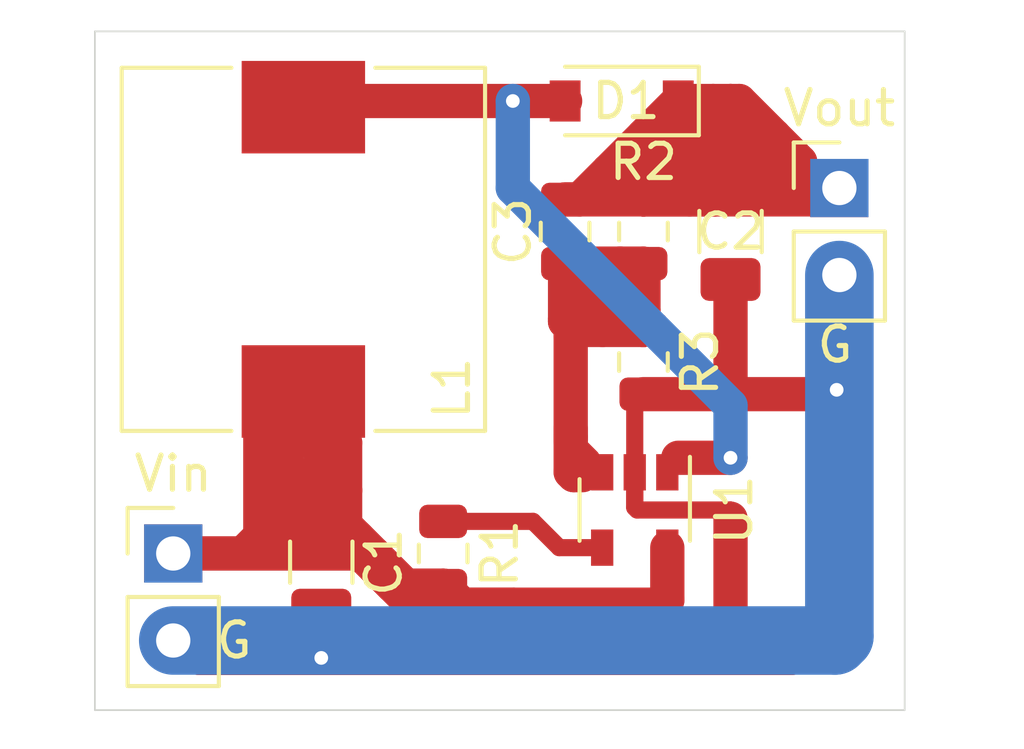
<source format=kicad_pcb>
(kicad_pcb (version 20171130) (host pcbnew "(5.1.0)-1")

  (general
    (thickness 1.6)
    (drawings 6)
    (tracks 196)
    (zones 0)
    (modules 11)
    (nets 7)
  )

  (page A4)
  (layers
    (0 F.Cu signal)
    (31 B.Cu signal)
    (32 B.Adhes user)
    (33 F.Adhes user)
    (34 B.Paste user)
    (35 F.Paste user)
    (36 B.SilkS user)
    (37 F.SilkS user)
    (38 B.Mask user)
    (39 F.Mask user)
    (40 Dwgs.User user)
    (41 Cmts.User user)
    (42 Eco1.User user)
    (43 Eco2.User user)
    (44 Edge.Cuts user)
    (45 Margin user)
    (46 B.CrtYd user)
    (47 F.CrtYd user)
    (48 B.Fab user)
    (49 F.Fab user)
  )

  (setup
    (last_trace_width 1)
    (user_trace_width 0.5)
    (user_trace_width 1)
    (user_trace_width 2)
    (trace_clearance 0.2)
    (zone_clearance 0.508)
    (zone_45_only no)
    (trace_min 0.2)
    (via_size 0.8)
    (via_drill 0.4)
    (via_min_size 0.4)
    (via_min_drill 0.3)
    (uvia_size 0.3)
    (uvia_drill 0.1)
    (uvias_allowed no)
    (uvia_min_size 0.2)
    (uvia_min_drill 0.1)
    (edge_width 0.05)
    (segment_width 0.2)
    (pcb_text_width 0.3)
    (pcb_text_size 1.5 1.5)
    (mod_edge_width 0.12)
    (mod_text_size 1 1)
    (mod_text_width 0.15)
    (pad_size 1.524 1.524)
    (pad_drill 0.762)
    (pad_to_mask_clearance 0.002)
    (solder_mask_min_width 0.25)
    (aux_axis_origin 0 0)
    (visible_elements FFFFFF7F)
    (pcbplotparams
      (layerselection 0x010fc_ffffffff)
      (usegerberextensions false)
      (usegerberattributes false)
      (usegerberadvancedattributes false)
      (creategerberjobfile false)
      (excludeedgelayer true)
      (linewidth 0.100000)
      (plotframeref false)
      (viasonmask false)
      (mode 1)
      (useauxorigin false)
      (hpglpennumber 1)
      (hpglpenspeed 20)
      (hpglpendiameter 15.000000)
      (psnegative false)
      (psa4output false)
      (plotreference true)
      (plotvalue true)
      (plotinvisibletext false)
      (padsonsilk false)
      (subtractmaskfromsilk false)
      (outputformat 1)
      (mirror false)
      (drillshape 1)
      (scaleselection 1)
      (outputdirectory ""))
  )

  (net 0 "")
  (net 1 "Net-(C1-Pad2)")
  (net 2 "Net-(C1-Pad1)")
  (net 3 "Net-(C2-Pad1)")
  (net 4 "Net-(C3-Pad2)")
  (net 5 "Net-(D1-Pad2)")
  (net 6 "Net-(R1-Pad1)")

  (net_class Default "This is the default net class."
    (clearance 0.2)
    (trace_width 0.25)
    (via_dia 0.8)
    (via_drill 0.4)
    (uvia_dia 0.3)
    (uvia_drill 0.1)
    (add_net "Net-(C1-Pad1)")
    (add_net "Net-(C1-Pad2)")
    (add_net "Net-(C2-Pad1)")
    (add_net "Net-(C3-Pad2)")
    (add_net "Net-(D1-Pad2)")
    (add_net "Net-(R1-Pad1)")
  )

  (module Package_TO_SOT_SMD:SOT-23-5 (layer F.Cu) (tedit 5A02FF57) (tstamp 5CD20403)
    (at 159.766 100.838 270)
    (descr "5-pin SOT23 package")
    (tags SOT-23-5)
    (path /5CD1A866)
    (solder_mask_margin 0.002)
    (attr smd)
    (fp_text reference U1 (at 0 -2.9 270) (layer F.SilkS)
      (effects (font (size 1 1) (thickness 0.15)))
    )
    (fp_text value LM2733YMF (at 0 2.9 270) (layer F.Fab)
      (effects (font (size 1 1) (thickness 0.15)))
    )
    (fp_line (start 0.9 -1.55) (end 0.9 1.55) (layer F.Fab) (width 0.1))
    (fp_line (start 0.9 1.55) (end -0.9 1.55) (layer F.Fab) (width 0.1))
    (fp_line (start -0.9 -0.9) (end -0.9 1.55) (layer F.Fab) (width 0.1))
    (fp_line (start 0.9 -1.55) (end -0.25 -1.55) (layer F.Fab) (width 0.1))
    (fp_line (start -0.9 -0.9) (end -0.25 -1.55) (layer F.Fab) (width 0.1))
    (fp_line (start -1.9 1.8) (end -1.9 -1.8) (layer F.CrtYd) (width 0.05))
    (fp_line (start 1.9 1.8) (end -1.9 1.8) (layer F.CrtYd) (width 0.05))
    (fp_line (start 1.9 -1.8) (end 1.9 1.8) (layer F.CrtYd) (width 0.05))
    (fp_line (start -1.9 -1.8) (end 1.9 -1.8) (layer F.CrtYd) (width 0.05))
    (fp_line (start 0.9 -1.61) (end -1.55 -1.61) (layer F.SilkS) (width 0.12))
    (fp_line (start -0.9 1.61) (end 0.9 1.61) (layer F.SilkS) (width 0.12))
    (fp_text user %R (at 0 0) (layer F.Fab)
      (effects (font (size 0.5 0.5) (thickness 0.075)))
    )
    (pad 5 smd rect (at 1.1 -0.95 270) (size 1.06 0.65) (layers F.Cu F.Paste F.Mask)
      (net 2 "Net-(C1-Pad1)"))
    (pad 4 smd rect (at 1.1 0.95 270) (size 1.06 0.65) (layers F.Cu F.Paste F.Mask)
      (net 6 "Net-(R1-Pad1)"))
    (pad 3 smd rect (at -1.1 0.95 270) (size 1.06 0.65) (layers F.Cu F.Paste F.Mask)
      (net 4 "Net-(C3-Pad2)"))
    (pad 2 smd rect (at -1.1 0 270) (size 1.06 0.65) (layers F.Cu F.Paste F.Mask)
      (net 1 "Net-(C1-Pad2)"))
    (pad 1 smd rect (at -1.1 -0.95 270) (size 1.06 0.65) (layers F.Cu F.Paste F.Mask)
      (net 5 "Net-(D1-Pad2)"))
    (model ${KISYS3DMOD}/Package_TO_SOT_SMD.3dshapes/SOT-23-5.wrl
      (at (xyz 0 0 0))
      (scale (xyz 1 1 1))
      (rotate (xyz 0 0 0))
    )
  )

  (module Resistor_SMD:R_0805_2012Metric (layer F.Cu) (tedit 5B36C52B) (tstamp 5CD203EE)
    (at 160.02 96.52 270)
    (descr "Resistor SMD 0805 (2012 Metric), square (rectangular) end terminal, IPC_7351 nominal, (Body size source: https://docs.google.com/spreadsheets/d/1BsfQQcO9C6DZCsRaXUlFlo91Tg2WpOkGARC1WS5S8t0/edit?usp=sharing), generated with kicad-footprint-generator")
    (tags resistor)
    (path /5CD1D2CF)
    (attr smd)
    (fp_text reference R3 (at 0 -1.65 270) (layer F.SilkS)
      (effects (font (size 1 1) (thickness 0.15)))
    )
    (fp_text value Var (at 0 1.65 270) (layer F.Fab)
      (effects (font (size 1 1) (thickness 0.15)))
    )
    (fp_text user %R (at 0 0 270) (layer F.Fab)
      (effects (font (size 0.5 0.5) (thickness 0.08)))
    )
    (fp_line (start 1.68 0.95) (end -1.68 0.95) (layer F.CrtYd) (width 0.05))
    (fp_line (start 1.68 -0.95) (end 1.68 0.95) (layer F.CrtYd) (width 0.05))
    (fp_line (start -1.68 -0.95) (end 1.68 -0.95) (layer F.CrtYd) (width 0.05))
    (fp_line (start -1.68 0.95) (end -1.68 -0.95) (layer F.CrtYd) (width 0.05))
    (fp_line (start -0.258578 0.71) (end 0.258578 0.71) (layer F.SilkS) (width 0.12))
    (fp_line (start -0.258578 -0.71) (end 0.258578 -0.71) (layer F.SilkS) (width 0.12))
    (fp_line (start 1 0.6) (end -1 0.6) (layer F.Fab) (width 0.1))
    (fp_line (start 1 -0.6) (end 1 0.6) (layer F.Fab) (width 0.1))
    (fp_line (start -1 -0.6) (end 1 -0.6) (layer F.Fab) (width 0.1))
    (fp_line (start -1 0.6) (end -1 -0.6) (layer F.Fab) (width 0.1))
    (pad 2 smd roundrect (at 0.9375 0 270) (size 0.975 1.4) (layers F.Cu F.Paste F.Mask) (roundrect_rratio 0.25)
      (net 1 "Net-(C1-Pad2)"))
    (pad 1 smd roundrect (at -0.9375 0 270) (size 0.975 1.4) (layers F.Cu F.Paste F.Mask) (roundrect_rratio 0.25)
      (net 4 "Net-(C3-Pad2)"))
    (model ${KISYS3DMOD}/Resistor_SMD.3dshapes/R_0805_2012Metric.wrl
      (at (xyz 0 0 0))
      (scale (xyz 1 1 1))
      (rotate (xyz 0 0 0))
    )
  )

  (module Resistor_SMD:R_0805_2012Metric (layer F.Cu) (tedit 5B36C52B) (tstamp 5CD203DD)
    (at 160.02 92.71 270)
    (descr "Resistor SMD 0805 (2012 Metric), square (rectangular) end terminal, IPC_7351 nominal, (Body size source: https://docs.google.com/spreadsheets/d/1BsfQQcO9C6DZCsRaXUlFlo91Tg2WpOkGARC1WS5S8t0/edit?usp=sharing), generated with kicad-footprint-generator")
    (tags resistor)
    (path /5CD1CDB7)
    (attr smd)
    (fp_text reference R2 (at -2.032 0 180) (layer F.SilkS)
      (effects (font (size 1 1) (thickness 0.15)))
    )
    (fp_text value Var (at 0 1.65 270) (layer F.Fab)
      (effects (font (size 1 1) (thickness 0.15)))
    )
    (fp_text user %R (at 0 0 270) (layer F.Fab)
      (effects (font (size 0.5 0.5) (thickness 0.08)))
    )
    (fp_line (start 1.68 0.95) (end -1.68 0.95) (layer F.CrtYd) (width 0.05))
    (fp_line (start 1.68 -0.95) (end 1.68 0.95) (layer F.CrtYd) (width 0.05))
    (fp_line (start -1.68 -0.95) (end 1.68 -0.95) (layer F.CrtYd) (width 0.05))
    (fp_line (start -1.68 0.95) (end -1.68 -0.95) (layer F.CrtYd) (width 0.05))
    (fp_line (start -0.258578 0.71) (end 0.258578 0.71) (layer F.SilkS) (width 0.12))
    (fp_line (start -0.258578 -0.71) (end 0.258578 -0.71) (layer F.SilkS) (width 0.12))
    (fp_line (start 1 0.6) (end -1 0.6) (layer F.Fab) (width 0.1))
    (fp_line (start 1 -0.6) (end 1 0.6) (layer F.Fab) (width 0.1))
    (fp_line (start -1 -0.6) (end 1 -0.6) (layer F.Fab) (width 0.1))
    (fp_line (start -1 0.6) (end -1 -0.6) (layer F.Fab) (width 0.1))
    (pad 2 smd roundrect (at 0.9375 0 270) (size 0.975 1.4) (layers F.Cu F.Paste F.Mask) (roundrect_rratio 0.25)
      (net 4 "Net-(C3-Pad2)"))
    (pad 1 smd roundrect (at -0.9375 0 270) (size 0.975 1.4) (layers F.Cu F.Paste F.Mask) (roundrect_rratio 0.25)
      (net 3 "Net-(C2-Pad1)"))
    (model ${KISYS3DMOD}/Resistor_SMD.3dshapes/R_0805_2012Metric.wrl
      (at (xyz 0 0 0))
      (scale (xyz 1 1 1))
      (rotate (xyz 0 0 0))
    )
  )

  (module Resistor_SMD:R_0805_2012Metric (layer F.Cu) (tedit 5B36C52B) (tstamp 5CD203CC)
    (at 154.178 102.108 270)
    (descr "Resistor SMD 0805 (2012 Metric), square (rectangular) end terminal, IPC_7351 nominal, (Body size source: https://docs.google.com/spreadsheets/d/1BsfQQcO9C6DZCsRaXUlFlo91Tg2WpOkGARC1WS5S8t0/edit?usp=sharing), generated with kicad-footprint-generator")
    (tags resistor)
    (path /5CD1D932)
    (attr smd)
    (fp_text reference R1 (at 0 -1.65 270) (layer F.SilkS)
      (effects (font (size 1 1) (thickness 0.15)))
    )
    (fp_text value 47k (at 0 1.65 270) (layer F.Fab)
      (effects (font (size 1 1) (thickness 0.15)))
    )
    (fp_text user %R (at 0 0 270) (layer F.Fab)
      (effects (font (size 0.5 0.5) (thickness 0.08)))
    )
    (fp_line (start 1.68 0.95) (end -1.68 0.95) (layer F.CrtYd) (width 0.05))
    (fp_line (start 1.68 -0.95) (end 1.68 0.95) (layer F.CrtYd) (width 0.05))
    (fp_line (start -1.68 -0.95) (end 1.68 -0.95) (layer F.CrtYd) (width 0.05))
    (fp_line (start -1.68 0.95) (end -1.68 -0.95) (layer F.CrtYd) (width 0.05))
    (fp_line (start -0.258578 0.71) (end 0.258578 0.71) (layer F.SilkS) (width 0.12))
    (fp_line (start -0.258578 -0.71) (end 0.258578 -0.71) (layer F.SilkS) (width 0.12))
    (fp_line (start 1 0.6) (end -1 0.6) (layer F.Fab) (width 0.1))
    (fp_line (start 1 -0.6) (end 1 0.6) (layer F.Fab) (width 0.1))
    (fp_line (start -1 -0.6) (end 1 -0.6) (layer F.Fab) (width 0.1))
    (fp_line (start -1 0.6) (end -1 -0.6) (layer F.Fab) (width 0.1))
    (pad 2 smd roundrect (at 0.9375 0 270) (size 0.975 1.4) (layers F.Cu F.Paste F.Mask) (roundrect_rratio 0.25)
      (net 2 "Net-(C1-Pad1)"))
    (pad 1 smd roundrect (at -0.9375 0 270) (size 0.975 1.4) (layers F.Cu F.Paste F.Mask) (roundrect_rratio 0.25)
      (net 6 "Net-(R1-Pad1)"))
    (model ${KISYS3DMOD}/Resistor_SMD.3dshapes/R_0805_2012Metric.wrl
      (at (xyz 0 0 0))
      (scale (xyz 1 1 1))
      (rotate (xyz 0 0 0))
    )
  )

  (module Inductor_SMD:L_10.4x10.4_H4.8 (layer F.Cu) (tedit 5990349B) (tstamp 5CD203BB)
    (at 150.1 93.23 90)
    (descr "Choke, SMD, 10.4x10.4mm 4.8mm height")
    (tags "Choke SMD")
    (path /5CD1B3D5)
    (attr smd)
    (fp_text reference L1 (at -4.052 4.332 90) (layer F.SilkS)
      (effects (font (size 1 1) (thickness 0.15)))
    )
    (fp_text value "10uh 4A" (at 0 6.35 90) (layer F.Fab)
      (effects (font (size 1 1) (thickness 0.15)))
    )
    (fp_text user %R (at 0 0 90) (layer F.Fab)
      (effects (font (size 1 1) (thickness 0.15)))
    )
    (fp_line (start 5.3 2.1) (end 5.3 5.3) (layer F.SilkS) (width 0.12))
    (fp_line (start 5.3 5.3) (end -5.3 5.3) (layer F.SilkS) (width 0.12))
    (fp_line (start -5.3 5.3) (end -5.3 2.1) (layer F.SilkS) (width 0.12))
    (fp_line (start -5.3 -2.1) (end -5.3 -5.3) (layer F.SilkS) (width 0.12))
    (fp_line (start -5.3 -5.3) (end 5.3 -5.3) (layer F.SilkS) (width 0.12))
    (fp_line (start 5.3 -5.3) (end 5.3 -2.1) (layer F.SilkS) (width 0.12))
    (fp_line (start -5.75 -5.45) (end -5.75 5.45) (layer F.CrtYd) (width 0.05))
    (fp_line (start -5.75 5.45) (end 5.75 5.45) (layer F.CrtYd) (width 0.05))
    (fp_line (start 5.75 5.45) (end 5.75 -5.45) (layer F.CrtYd) (width 0.05))
    (fp_line (start 5.75 -5.45) (end -5.75 -5.45) (layer F.CrtYd) (width 0.05))
    (fp_line (start 5.2 -5.2) (end 5.2 -2.1) (layer F.Fab) (width 0.1))
    (fp_line (start -5.2 -5.2) (end -5.2 -2.1) (layer F.Fab) (width 0.1))
    (fp_line (start 5.2 5.2) (end 5.2 2.1) (layer F.Fab) (width 0.1))
    (fp_line (start -5.2 5.2) (end -5.2 2.1) (layer F.Fab) (width 0.1))
    (fp_line (start -5.2 -5.2) (end 5.2 -5.2) (layer F.Fab) (width 0.1))
    (fp_line (start -5.2 5.2) (end 5.2 5.2) (layer F.Fab) (width 0.1))
    (fp_arc (start 0 0) (end 3.17 3.17) (angle 90) (layer F.Fab) (width 0.1))
    (fp_arc (start 0 0) (end -3.17 -3.17) (angle 90) (layer F.Fab) (width 0.1))
    (pad 1 smd rect (at -4.15 0 90) (size 2.7 3.6) (layers F.Cu F.Paste F.Mask)
      (net 2 "Net-(C1-Pad1)"))
    (pad 2 smd rect (at 4.15 0 90) (size 2.7 3.6) (layers F.Cu F.Paste F.Mask)
      (net 5 "Net-(D1-Pad2)"))
    (model ${KISYS3DMOD}/Inductor_SMD.3dshapes/L_10.4x10.4_H4.8.wrl
      (at (xyz 0 0 0))
      (scale (xyz 1 1 1))
      (rotate (xyz 0 0 0))
    )
  )

  (module Connector_PinHeader_2.54mm:PinHeader_1x02_P2.54mm_Vertical (layer F.Cu) (tedit 59FED5CC) (tstamp 5CD203A2)
    (at 165.735 91.44)
    (descr "Through hole straight pin header, 1x02, 2.54mm pitch, single row")
    (tags "Through hole pin header THT 1x02 2.54mm single row")
    (path /5CD2FB33)
    (fp_text reference Vout (at 0 -2.33) (layer F.SilkS)
      (effects (font (size 1 1) (thickness 0.15)))
    )
    (fp_text value "5-25v Output" (at 0 4.87) (layer F.Fab)
      (effects (font (size 1 1) (thickness 0.15)))
    )
    (fp_text user %R (at 0 1.27 90) (layer F.Fab)
      (effects (font (size 1 1) (thickness 0.15)))
    )
    (fp_line (start 1.8 -1.8) (end -1.8 -1.8) (layer F.CrtYd) (width 0.05))
    (fp_line (start 1.8 4.35) (end 1.8 -1.8) (layer F.CrtYd) (width 0.05))
    (fp_line (start -1.8 4.35) (end 1.8 4.35) (layer F.CrtYd) (width 0.05))
    (fp_line (start -1.8 -1.8) (end -1.8 4.35) (layer F.CrtYd) (width 0.05))
    (fp_line (start -1.33 -1.33) (end 0 -1.33) (layer F.SilkS) (width 0.12))
    (fp_line (start -1.33 0) (end -1.33 -1.33) (layer F.SilkS) (width 0.12))
    (fp_line (start -1.33 1.27) (end 1.33 1.27) (layer F.SilkS) (width 0.12))
    (fp_line (start 1.33 1.27) (end 1.33 3.87) (layer F.SilkS) (width 0.12))
    (fp_line (start -1.33 1.27) (end -1.33 3.87) (layer F.SilkS) (width 0.12))
    (fp_line (start -1.33 3.87) (end 1.33 3.87) (layer F.SilkS) (width 0.12))
    (fp_line (start -1.27 -0.635) (end -0.635 -1.27) (layer F.Fab) (width 0.1))
    (fp_line (start -1.27 3.81) (end -1.27 -0.635) (layer F.Fab) (width 0.1))
    (fp_line (start 1.27 3.81) (end -1.27 3.81) (layer F.Fab) (width 0.1))
    (fp_line (start 1.27 -1.27) (end 1.27 3.81) (layer F.Fab) (width 0.1))
    (fp_line (start -0.635 -1.27) (end 1.27 -1.27) (layer F.Fab) (width 0.1))
    (pad 2 thru_hole oval (at 0 2.54) (size 1.7 1.7) (drill 1) (layers *.Cu *.Mask)
      (net 1 "Net-(C1-Pad2)"))
    (pad 1 thru_hole rect (at 0 0) (size 1.7 1.7) (drill 1) (layers *.Cu *.Mask)
      (net 3 "Net-(C2-Pad1)"))
    (model ${KISYS3DMOD}/Connector_PinHeader_2.54mm.3dshapes/PinHeader_1x02_P2.54mm_Vertical.wrl
      (at (xyz 0 0 0))
      (scale (xyz 1 1 1))
      (rotate (xyz 0 0 0))
    )
  )

  (module Connector_PinHeader_2.54mm:PinHeader_1x02_P2.54mm_Vertical (layer F.Cu) (tedit 59FED5CC) (tstamp 5CD2038C)
    (at 146.304 102.108)
    (descr "Through hole straight pin header, 1x02, 2.54mm pitch, single row")
    (tags "Through hole pin header THT 1x02 2.54mm single row")
    (path /5CD2F404)
    (fp_text reference Vin (at 0 -2.33) (layer F.SilkS)
      (effects (font (size 1 1) (thickness 0.15)))
    )
    (fp_text value "3.3-5v Input" (at 0 4.87) (layer F.Fab)
      (effects (font (size 1 1) (thickness 0.15)))
    )
    (fp_text user %R (at 0 1.27 90) (layer F.Fab)
      (effects (font (size 1 1) (thickness 0.15)))
    )
    (fp_line (start 1.8 -1.8) (end -1.8 -1.8) (layer F.CrtYd) (width 0.05))
    (fp_line (start 1.8 4.35) (end 1.8 -1.8) (layer F.CrtYd) (width 0.05))
    (fp_line (start -1.8 4.35) (end 1.8 4.35) (layer F.CrtYd) (width 0.05))
    (fp_line (start -1.8 -1.8) (end -1.8 4.35) (layer F.CrtYd) (width 0.05))
    (fp_line (start -1.33 -1.33) (end 0 -1.33) (layer F.SilkS) (width 0.12))
    (fp_line (start -1.33 0) (end -1.33 -1.33) (layer F.SilkS) (width 0.12))
    (fp_line (start -1.33 1.27) (end 1.33 1.27) (layer F.SilkS) (width 0.12))
    (fp_line (start 1.33 1.27) (end 1.33 3.87) (layer F.SilkS) (width 0.12))
    (fp_line (start -1.33 1.27) (end -1.33 3.87) (layer F.SilkS) (width 0.12))
    (fp_line (start -1.33 3.87) (end 1.33 3.87) (layer F.SilkS) (width 0.12))
    (fp_line (start -1.27 -0.635) (end -0.635 -1.27) (layer F.Fab) (width 0.1))
    (fp_line (start -1.27 3.81) (end -1.27 -0.635) (layer F.Fab) (width 0.1))
    (fp_line (start 1.27 3.81) (end -1.27 3.81) (layer F.Fab) (width 0.1))
    (fp_line (start 1.27 -1.27) (end 1.27 3.81) (layer F.Fab) (width 0.1))
    (fp_line (start -0.635 -1.27) (end 1.27 -1.27) (layer F.Fab) (width 0.1))
    (pad 2 thru_hole oval (at 0 2.54) (size 1.7 1.7) (drill 1) (layers *.Cu *.Mask)
      (net 1 "Net-(C1-Pad2)"))
    (pad 1 thru_hole rect (at 0 0) (size 1.7 1.7) (drill 1) (layers *.Cu *.Mask)
      (net 2 "Net-(C1-Pad1)"))
    (model ${KISYS3DMOD}/Connector_PinHeader_2.54mm.3dshapes/PinHeader_1x02_P2.54mm_Vertical.wrl
      (at (xyz 0 0 0))
      (scale (xyz 1 1 1))
      (rotate (xyz 0 0 0))
    )
  )

  (module Diode_SMD:D_SOD-123 (layer F.Cu) (tedit 58645DC7) (tstamp 5CD20376)
    (at 159.385 88.9 180)
    (descr SOD-123)
    (tags SOD-123)
    (path /5CD1C579)
    (attr smd)
    (fp_text reference D1 (at -0.127 0 180) (layer F.SilkS)
      (effects (font (size 1 1) (thickness 0.15)))
    )
    (fp_text value MBR0540T1G (at 0 2.1 180) (layer F.Fab)
      (effects (font (size 1 1) (thickness 0.15)))
    )
    (fp_line (start -2.25 -1) (end 1.65 -1) (layer F.SilkS) (width 0.12))
    (fp_line (start -2.25 1) (end 1.65 1) (layer F.SilkS) (width 0.12))
    (fp_line (start -2.35 -1.15) (end -2.35 1.15) (layer F.CrtYd) (width 0.05))
    (fp_line (start 2.35 1.15) (end -2.35 1.15) (layer F.CrtYd) (width 0.05))
    (fp_line (start 2.35 -1.15) (end 2.35 1.15) (layer F.CrtYd) (width 0.05))
    (fp_line (start -2.35 -1.15) (end 2.35 -1.15) (layer F.CrtYd) (width 0.05))
    (fp_line (start -1.4 -0.9) (end 1.4 -0.9) (layer F.Fab) (width 0.1))
    (fp_line (start 1.4 -0.9) (end 1.4 0.9) (layer F.Fab) (width 0.1))
    (fp_line (start 1.4 0.9) (end -1.4 0.9) (layer F.Fab) (width 0.1))
    (fp_line (start -1.4 0.9) (end -1.4 -0.9) (layer F.Fab) (width 0.1))
    (fp_line (start -0.75 0) (end -0.35 0) (layer F.Fab) (width 0.1))
    (fp_line (start -0.35 0) (end -0.35 -0.55) (layer F.Fab) (width 0.1))
    (fp_line (start -0.35 0) (end -0.35 0.55) (layer F.Fab) (width 0.1))
    (fp_line (start -0.35 0) (end 0.25 -0.4) (layer F.Fab) (width 0.1))
    (fp_line (start 0.25 -0.4) (end 0.25 0.4) (layer F.Fab) (width 0.1))
    (fp_line (start 0.25 0.4) (end -0.35 0) (layer F.Fab) (width 0.1))
    (fp_line (start 0.25 0) (end 0.75 0) (layer F.Fab) (width 0.1))
    (fp_line (start -2.25 -1) (end -2.25 1) (layer F.SilkS) (width 0.12))
    (fp_text user %R (at 0 -2 180) (layer F.Fab)
      (effects (font (size 1 1) (thickness 0.15)))
    )
    (pad 2 smd rect (at 1.65 0 180) (size 0.9 1.2) (layers F.Cu F.Paste F.Mask)
      (net 5 "Net-(D1-Pad2)"))
    (pad 1 smd rect (at -1.65 0 180) (size 0.9 1.2) (layers F.Cu F.Paste F.Mask)
      (net 3 "Net-(C2-Pad1)"))
    (model ${KISYS3DMOD}/Diode_SMD.3dshapes/D_SOD-123.wrl
      (at (xyz 0 0 0))
      (scale (xyz 1 1 1))
      (rotate (xyz 0 0 0))
    )
  )

  (module Capacitor_SMD:C_0805_2012Metric (layer F.Cu) (tedit 5B36C52B) (tstamp 5CD2035D)
    (at 157.734 92.71 270)
    (descr "Capacitor SMD 0805 (2012 Metric), square (rectangular) end terminal, IPC_7351 nominal, (Body size source: https://docs.google.com/spreadsheets/d/1BsfQQcO9C6DZCsRaXUlFlo91Tg2WpOkGARC1WS5S8t0/edit?usp=sharing), generated with kicad-footprint-generator")
    (tags capacitor)
    (path /5CD1F293)
    (attr smd)
    (fp_text reference C3 (at 0 1.524 270) (layer F.SilkS)
      (effects (font (size 1 1) (thickness 0.15)))
    )
    (fp_text value Var (at 0 1.65 270) (layer F.Fab)
      (effects (font (size 1 1) (thickness 0.15)))
    )
    (fp_text user %R (at 0 0 270) (layer F.Fab)
      (effects (font (size 0.5 0.5) (thickness 0.08)))
    )
    (fp_line (start 1.68 0.95) (end -1.68 0.95) (layer F.CrtYd) (width 0.05))
    (fp_line (start 1.68 -0.95) (end 1.68 0.95) (layer F.CrtYd) (width 0.05))
    (fp_line (start -1.68 -0.95) (end 1.68 -0.95) (layer F.CrtYd) (width 0.05))
    (fp_line (start -1.68 0.95) (end -1.68 -0.95) (layer F.CrtYd) (width 0.05))
    (fp_line (start -0.258578 0.71) (end 0.258578 0.71) (layer F.SilkS) (width 0.12))
    (fp_line (start -0.258578 -0.71) (end 0.258578 -0.71) (layer F.SilkS) (width 0.12))
    (fp_line (start 1 0.6) (end -1 0.6) (layer F.Fab) (width 0.1))
    (fp_line (start 1 -0.6) (end 1 0.6) (layer F.Fab) (width 0.1))
    (fp_line (start -1 -0.6) (end 1 -0.6) (layer F.Fab) (width 0.1))
    (fp_line (start -1 0.6) (end -1 -0.6) (layer F.Fab) (width 0.1))
    (pad 2 smd roundrect (at 0.9375 0 270) (size 0.975 1.4) (layers F.Cu F.Paste F.Mask) (roundrect_rratio 0.25)
      (net 4 "Net-(C3-Pad2)"))
    (pad 1 smd roundrect (at -0.9375 0 270) (size 0.975 1.4) (layers F.Cu F.Paste F.Mask) (roundrect_rratio 0.25)
      (net 3 "Net-(C2-Pad1)"))
    (model ${KISYS3DMOD}/Capacitor_SMD.3dshapes/C_0805_2012Metric.wrl
      (at (xyz 0 0 0))
      (scale (xyz 1 1 1))
      (rotate (xyz 0 0 0))
    )
  )

  (module Capacitor_SMD:C_1206_3216Metric (layer F.Cu) (tedit 5B301BBE) (tstamp 5CD2034C)
    (at 162.56 92.71 270)
    (descr "Capacitor SMD 1206 (3216 Metric), square (rectangular) end terminal, IPC_7351 nominal, (Body size source: http://www.tortai-tech.com/upload/download/2011102023233369053.pdf), generated with kicad-footprint-generator")
    (tags capacitor)
    (path /5CD1E145)
    (attr smd)
    (fp_text reference C2 (at 0 0 180) (layer F.SilkS)
      (effects (font (size 1 1) (thickness 0.15)))
    )
    (fp_text value "4.7uf 25V" (at 0 1.82 270) (layer F.Fab)
      (effects (font (size 1 1) (thickness 0.15)))
    )
    (fp_text user %R (at 0 0 270) (layer F.Fab)
      (effects (font (size 0.8 0.8) (thickness 0.12)))
    )
    (fp_line (start 2.28 1.12) (end -2.28 1.12) (layer F.CrtYd) (width 0.05))
    (fp_line (start 2.28 -1.12) (end 2.28 1.12) (layer F.CrtYd) (width 0.05))
    (fp_line (start -2.28 -1.12) (end 2.28 -1.12) (layer F.CrtYd) (width 0.05))
    (fp_line (start -2.28 1.12) (end -2.28 -1.12) (layer F.CrtYd) (width 0.05))
    (fp_line (start -0.602064 0.91) (end 0.602064 0.91) (layer F.SilkS) (width 0.12))
    (fp_line (start -0.602064 -0.91) (end 0.602064 -0.91) (layer F.SilkS) (width 0.12))
    (fp_line (start 1.6 0.8) (end -1.6 0.8) (layer F.Fab) (width 0.1))
    (fp_line (start 1.6 -0.8) (end 1.6 0.8) (layer F.Fab) (width 0.1))
    (fp_line (start -1.6 -0.8) (end 1.6 -0.8) (layer F.Fab) (width 0.1))
    (fp_line (start -1.6 0.8) (end -1.6 -0.8) (layer F.Fab) (width 0.1))
    (pad 2 smd roundrect (at 1.4 0 270) (size 1.25 1.75) (layers F.Cu F.Paste F.Mask) (roundrect_rratio 0.2)
      (net 1 "Net-(C1-Pad2)"))
    (pad 1 smd roundrect (at -1.4 0 270) (size 1.25 1.75) (layers F.Cu F.Paste F.Mask) (roundrect_rratio 0.2)
      (net 3 "Net-(C2-Pad1)"))
    (model ${KISYS3DMOD}/Capacitor_SMD.3dshapes/C_1206_3216Metric.wrl
      (at (xyz 0 0 0))
      (scale (xyz 1 1 1))
      (rotate (xyz 0 0 0))
    )
  )

  (module Capacitor_SMD:C_1206_3216Metric (layer F.Cu) (tedit 5B301BBE) (tstamp 5CD2033B)
    (at 150.622 102.362 270)
    (descr "Capacitor SMD 1206 (3216 Metric), square (rectangular) end terminal, IPC_7351 nominal, (Body size source: http://www.tortai-tech.com/upload/download/2011102023233369053.pdf), generated with kicad-footprint-generator")
    (tags capacitor)
    (path /5CD1E8FD)
    (attr smd)
    (fp_text reference C1 (at 0 -1.82 270) (layer F.SilkS)
      (effects (font (size 1 1) (thickness 0.15)))
    )
    (fp_text value "2.2uF 25V" (at 0 1.82 270) (layer F.Fab)
      (effects (font (size 1 1) (thickness 0.15)))
    )
    (fp_text user %R (at 0 0 270) (layer F.Fab)
      (effects (font (size 0.8 0.8) (thickness 0.12)))
    )
    (fp_line (start 2.28 1.12) (end -2.28 1.12) (layer F.CrtYd) (width 0.05))
    (fp_line (start 2.28 -1.12) (end 2.28 1.12) (layer F.CrtYd) (width 0.05))
    (fp_line (start -2.28 -1.12) (end 2.28 -1.12) (layer F.CrtYd) (width 0.05))
    (fp_line (start -2.28 1.12) (end -2.28 -1.12) (layer F.CrtYd) (width 0.05))
    (fp_line (start -0.602064 0.91) (end 0.602064 0.91) (layer F.SilkS) (width 0.12))
    (fp_line (start -0.602064 -0.91) (end 0.602064 -0.91) (layer F.SilkS) (width 0.12))
    (fp_line (start 1.6 0.8) (end -1.6 0.8) (layer F.Fab) (width 0.1))
    (fp_line (start 1.6 -0.8) (end 1.6 0.8) (layer F.Fab) (width 0.1))
    (fp_line (start -1.6 -0.8) (end 1.6 -0.8) (layer F.Fab) (width 0.1))
    (fp_line (start -1.6 0.8) (end -1.6 -0.8) (layer F.Fab) (width 0.1))
    (pad 2 smd roundrect (at 1.4 0 270) (size 1.25 1.75) (layers F.Cu F.Paste F.Mask) (roundrect_rratio 0.2)
      (net 1 "Net-(C1-Pad2)"))
    (pad 1 smd roundrect (at -1.4 0 270) (size 1.25 1.75) (layers F.Cu F.Paste F.Mask) (roundrect_rratio 0.2)
      (net 2 "Net-(C1-Pad1)"))
    (model ${KISYS3DMOD}/Capacitor_SMD.3dshapes/C_1206_3216Metric.wrl
      (at (xyz 0 0 0))
      (scale (xyz 1 1 1))
      (rotate (xyz 0 0 0))
    )
  )

  (gr_text G (at 165.608 96.012) (layer F.SilkS)
    (effects (font (size 1 1) (thickness 0.15)))
  )
  (gr_text G (at 148.082 104.648) (layer F.SilkS)
    (effects (font (size 1 1) (thickness 0.15)))
  )
  (gr_line (start 167.64 86.868) (end 144.018 86.868) (layer Edge.Cuts) (width 0.05) (tstamp 5CD21A81))
  (gr_line (start 167.64 106.68) (end 167.64 86.868) (layer Edge.Cuts) (width 0.05))
  (gr_line (start 144.018 106.68) (end 167.64 106.68) (layer Edge.Cuts) (width 0.05))
  (gr_line (start 144.018 86.868) (end 144.018 106.68) (layer Edge.Cuts) (width 0.05))

  (segment (start 162.56 99.314) (end 162.56 99.314) (width 1) (layer B.Cu) (net 5))
  (segment (start 162.56 97.79) (end 156.21 91.44) (width 1) (layer B.Cu) (net 5))
  (segment (start 156.21 91.44) (end 156.21 88.9) (width 1) (layer B.Cu) (net 5))
  (segment (start 156.21 88.9) (end 156.21 88.9) (width 1) (layer B.Cu) (net 5) (tstamp 5CD213C9))
  (via (at 156.21 88.9) (size 0.8) (drill 0.4) (layers F.Cu B.Cu) (net 5))
  (segment (start 165.605 94.11) (end 165.735 93.98) (width 0.5) (layer F.Cu) (net 1))
  (segment (start 159.766 100.768) (end 159.766 99.738) (width 0.5) (layer F.Cu) (net 1))
  (segment (start 162.56 100.838) (end 159.836 100.838) (width 0.5) (layer F.Cu) (net 1))
  (segment (start 159.836 100.838) (end 159.766 100.768) (width 0.5) (layer F.Cu) (net 1))
  (segment (start 159.766 97.7115) (end 159.766 100.754) (width 0.5) (layer F.Cu) (net 1))
  (segment (start 160.02 97.4575) (end 159.766 97.7115) (width 0.5) (layer F.Cu) (net 1))
  (segment (start 162.052 104.648) (end 162.56 104.14) (width 0.5) (layer F.Cu) (net 1))
  (segment (start 162.56 94.11) (end 162.56 97.282) (width 1) (layer F.Cu) (net 1))
  (segment (start 160.02 97.4575) (end 162.6385 97.4575) (width 1) (layer F.Cu) (net 1))
  (segment (start 165.735 97.252) (end 165.735 93.98) (width 1) (layer F.Cu) (net 1))
  (segment (start 165.5295 97.4575) (end 165.6565 97.3305) (width 1) (layer F.Cu) (net 1))
  (segment (start 162.6385 97.4575) (end 165.5295 97.4575) (width 1) (layer F.Cu) (net 1) (tstamp 5CD2138A))
  (segment (start 165.735 104.521) (end 165.735 93.98) (width 2) (layer B.Cu) (net 1))
  (segment (start 146.304 104.648) (end 165.608 104.648) (width 2) (layer B.Cu) (net 1))
  (segment (start 165.608 104.648) (end 165.735 104.521) (width 2) (layer B.Cu) (net 1))
  (segment (start 165.6565 97.3305) (end 165.735 97.252) (width 1) (layer F.Cu) (net 1) (tstamp 5CD213A7))
  (via (at 165.6565 97.3305) (size 0.8) (drill 0.4) (layers F.Cu B.Cu) (net 1))
  (segment (start 162.56 104.648) (end 162.56 101.092) (width 1) (layer F.Cu) (net 1))
  (segment (start 162.56 104.14) (end 162.56 101.092) (width 0.5) (layer F.Cu) (net 1))
  (segment (start 162.56 101.092) (end 162.56 100.838) (width 0.5) (layer F.Cu) (net 1))
  (segment (start 162.56 104.648) (end 164.846 104.648) (width 1) (layer F.Cu) (net 1))
  (segment (start 165.735 103.759) (end 165.735 93.98) (width 1) (layer F.Cu) (net 1))
  (segment (start 164.846 104.648) (end 165.735 103.759) (width 1) (layer F.Cu) (net 1))
  (segment (start 164.338 105.156) (end 165.735 103.759) (width 1) (layer F.Cu) (net 1))
  (segment (start 150.368 104.741) (end 150.368 105.156) (width 1) (layer F.Cu) (net 1))
  (segment (start 150.622 104.487) (end 150.368 104.741) (width 1) (layer F.Cu) (net 1))
  (segment (start 150.622 103.762) (end 150.622 104.487) (width 1) (layer F.Cu) (net 1))
  (segment (start 151.384 104.524) (end 150.622 103.762) (width 1) (layer F.Cu) (net 1))
  (segment (start 151.384 105.156) (end 151.384 104.524) (width 1) (layer F.Cu) (net 1))
  (segment (start 150.368 105.156) (end 150.622 105.156) (width 1) (layer F.Cu) (net 1))
  (segment (start 149.606 104.778) (end 150.622 103.762) (width 1) (layer F.Cu) (net 1))
  (segment (start 149.606 105.156) (end 149.606 104.778) (width 1) (layer F.Cu) (net 1))
  (segment (start 149.606 105.156) (end 150.368 105.156) (width 1) (layer F.Cu) (net 1))
  (segment (start 148.336 105.156) (end 149.606 105.156) (width 1) (layer F.Cu) (net 1))
  (segment (start 152.016 105.156) (end 152.654 105.156) (width 1) (layer F.Cu) (net 1))
  (segment (start 150.622 103.762) (end 152.016 105.156) (width 1) (layer F.Cu) (net 1))
  (segment (start 151.384 105.156) (end 152.654 105.156) (width 1) (layer F.Cu) (net 1))
  (segment (start 152.654 105.156) (end 164.338 105.156) (width 1) (layer F.Cu) (net 1))
  (segment (start 149.228 105.156) (end 148.336 105.156) (width 1) (layer F.Cu) (net 1))
  (segment (start 150.622 103.762) (end 149.228 105.156) (width 1) (layer F.Cu) (net 1))
  (segment (start 148.336 105.156) (end 147.066 105.156) (width 1) (layer F.Cu) (net 1))
  (segment (start 146.558 104.648) (end 146.304 104.648) (width 1) (layer F.Cu) (net 1))
  (segment (start 147.066 105.156) (end 146.558 104.648) (width 1) (layer F.Cu) (net 1))
  (segment (start 150.622 105.156) (end 151.384 105.156) (width 1) (layer F.Cu) (net 1) (tstamp 5CD2196B))
  (via (at 150.622 105.156) (size 0.8) (drill 0.4) (layers F.Cu B.Cu) (net 1))
  (segment (start 149.476 102.108) (end 150.622 100.962) (width 0.5) (layer F.Cu) (net 2))
  (segment (start 152.7325 103.0455) (end 154.178 103.0455) (width 0.5) (layer F.Cu) (net 2))
  (segment (start 149.476 102.108) (end 151.795 102.108) (width 0.5) (layer F.Cu) (net 2))
  (segment (start 151.795 102.108) (end 152.7325 103.0455) (width 0.5) (layer F.Cu) (net 2))
  (segment (start 148.336 102.108) (end 149.476 102.108) (width 0.5) (layer F.Cu) (net 2))
  (segment (start 149.482 100.962) (end 150.622 100.962) (width 1) (layer F.Cu) (net 2))
  (segment (start 151.31771 101.65771) (end 151.69571 101.65771) (width 1) (layer F.Cu) (net 2))
  (segment (start 150.622 100.962) (end 151.31771 101.65771) (width 1) (layer F.Cu) (net 2))
  (segment (start 153.0835 103.0455) (end 154.178 103.0455) (width 1) (layer F.Cu) (net 2))
  (segment (start 151.69571 101.65771) (end 153.0835 103.0455) (width 1) (layer F.Cu) (net 2))
  (segment (start 151.26 101.6) (end 151.31771 101.65771) (width 1) (layer F.Cu) (net 2))
  (segment (start 148.844 101.6) (end 151.26 101.6) (width 1) (layer F.Cu) (net 2))
  (segment (start 148.844 101.6) (end 149.482 100.962) (width 1) (layer F.Cu) (net 2))
  (segment (start 160.716 103.468) (end 160.716 101.938) (width 1) (layer F.Cu) (net 2))
  (segment (start 160.582263 103.601737) (end 160.716 103.468) (width 1) (layer F.Cu) (net 2))
  (segment (start 154.178 103.0455) (end 154.734237 103.601737) (width 1) (layer F.Cu) (net 2))
  (segment (start 148.336 102.108) (end 148.844 101.6) (width 1) (layer F.Cu) (net 2))
  (segment (start 146.304 102.108) (end 148.336 102.108) (width 1) (layer F.Cu) (net 2))
  (segment (start 150.622 99.822) (end 149.606 99.822) (width 1) (layer F.Cu) (net 2))
  (segment (start 150.622 99.822) (end 150.622 97.902) (width 1) (layer F.Cu) (net 2))
  (segment (start 150.622 100.962) (end 150.622 99.822) (width 1) (layer F.Cu) (net 2))
  (segment (start 149.482 100.07) (end 149.482 100.962) (width 1) (layer F.Cu) (net 2))
  (segment (start 149.606 99.946) (end 149.482 100.07) (width 1) (layer F.Cu) (net 2))
  (segment (start 150.1 97.38) (end 150.1 98.82) (width 1) (layer F.Cu) (net 2))
  (segment (start 148.844 101.6) (end 148.844 98.636) (width 1) (layer F.Cu) (net 2))
  (segment (start 149.028 98.82) (end 148.844 98.636) (width 1) (layer F.Cu) (net 2))
  (segment (start 150.1 98.82) (end 149.028 98.82) (width 1) (layer F.Cu) (net 2))
  (segment (start 150.1 97.38) (end 150.1 98.566) (width 1) (layer F.Cu) (net 2))
  (segment (start 149.606 99.06) (end 149.606 99.822) (width 1) (layer F.Cu) (net 2))
  (segment (start 150.1 98.566) (end 149.606 99.06) (width 1) (layer F.Cu) (net 2))
  (segment (start 150.622 97.902) (end 150.1 97.38) (width 1) (layer F.Cu) (net 2))
  (segment (start 150.622 100.962) (end 150.622 97.902) (width 1) (layer F.Cu) (net 2))
  (segment (start 150.622 100.962) (end 151.31771 100.26629) (width 1) (layer F.Cu) (net 2))
  (segment (start 151.31771 100.26629) (end 151.31771 98.87229) (width 1) (layer F.Cu) (net 2))
  (segment (start 150.1 97.65458) (end 150.1 97.38) (width 1) (layer F.Cu) (net 2))
  (segment (start 151.31771 98.87229) (end 150.1 97.65458) (width 1) (layer F.Cu) (net 2))
  (segment (start 151.31771 101.27971) (end 151.638 101.6) (width 1) (layer F.Cu) (net 2))
  (segment (start 151.31771 100.26629) (end 151.31771 101.27971) (width 1) (layer F.Cu) (net 2))
  (segment (start 151.31152 102.108) (end 152.146 102.108) (width 1) (layer F.Cu) (net 2))
  (segment (start 146.304 102.108) (end 151.31152 102.108) (width 1) (layer F.Cu) (net 2))
  (segment (start 151.638 101.6) (end 152.146 102.108) (width 1) (layer F.Cu) (net 2))
  (segment (start 152.146 102.108) (end 153.0835 103.0455) (width 1) (layer F.Cu) (net 2))
  (segment (start 154.734237 103.601737) (end 156.240263 103.601737) (width 1) (layer F.Cu) (net 2))
  (segment (start 156.240263 103.601737) (end 160.582263 103.601737) (width 1) (layer F.Cu) (net 2))
  (segment (start 152.7055 103.0455) (end 150.622 100.962) (width 1) (layer F.Cu) (net 2))
  (segment (start 153.0835 103.0455) (end 152.7055 103.0455) (width 1) (layer F.Cu) (net 2))
  (segment (start 153.261737 103.601737) (end 151.26 101.6) (width 1) (layer F.Cu) (net 2))
  (segment (start 153.639737 103.601737) (end 153.261737 103.601737) (width 1) (layer F.Cu) (net 2))
  (segment (start 153.639737 103.601737) (end 156.240263 103.601737) (width 1) (layer F.Cu) (net 2))
  (segment (start 149.606 99.946) (end 149.606 99.822) (width 1) (layer F.Cu) (net 2))
  (segment (start 150.622 100.962) (end 149.606 99.946) (width 1) (layer F.Cu) (net 2))
  (segment (start 165.605 91.31) (end 165.735 91.44) (width 0.5) (layer F.Cu) (net 3))
  (segment (start 157.734 91.7725) (end 160.02 91.7725) (width 1) (layer F.Cu) (net 3))
  (segment (start 160.02 91.7725) (end 160.8605 90.932) (width 1) (layer F.Cu) (net 3))
  (segment (start 161.2385 91.31) (end 162.56 91.31) (width 1) (layer F.Cu) (net 3))
  (segment (start 160.8605 90.932) (end 161.2385 91.31) (width 1) (layer F.Cu) (net 3))
  (segment (start 160.4005 90.472) (end 160.8605 90.932) (width 1) (layer F.Cu) (net 3))
  (segment (start 160.4005 89.5345) (end 160.4005 90.472) (width 1) (layer F.Cu) (net 3))
  (segment (start 160.4005 89.5345) (end 161.035 88.9) (width 1) (layer F.Cu) (net 3))
  (segment (start 160.02 89.915) (end 160.4005 89.5345) (width 1) (layer F.Cu) (net 3))
  (segment (start 161.2385 90.7035) (end 161.2385 91.31) (width 1) (layer F.Cu) (net 3))
  (segment (start 161.035 90.5) (end 161.2385 90.7035) (width 1) (layer F.Cu) (net 3))
  (segment (start 161.035 88.9) (end 161.035 90.5) (width 1) (layer F.Cu) (net 3))
  (segment (start 162.0975 91.7725) (end 162.56 91.31) (width 1) (layer F.Cu) (net 3))
  (segment (start 161.2385 89.7135) (end 162.052 88.9) (width 1) (layer F.Cu) (net 3))
  (segment (start 161.2385 90.7035) (end 161.2385 89.7135) (width 1) (layer F.Cu) (net 3))
  (segment (start 162.56 88.9) (end 162.052 88.9) (width 1) (layer F.Cu) (net 3))
  (segment (start 162.052 88.9) (end 161.035 88.9) (width 1) (layer F.Cu) (net 3))
  (segment (start 161.785 90.535) (end 161.785 90.157) (width 1) (layer F.Cu) (net 3))
  (segment (start 162.56 91.31) (end 161.785 90.535) (width 1) (layer F.Cu) (net 3))
  (segment (start 161.785 90.157) (end 161.2385 90.7035) (width 1) (layer F.Cu) (net 3))
  (segment (start 160.068 90.472) (end 160.02 90.424) (width 1) (layer F.Cu) (net 3))
  (segment (start 160.4005 90.472) (end 160.068 90.472) (width 1) (layer F.Cu) (net 3))
  (segment (start 160.02 91.7725) (end 160.02 90.424) (width 1) (layer F.Cu) (net 3))
  (segment (start 160.02 90.424) (end 160.02 89.915) (width 1) (layer F.Cu) (net 3))
  (segment (start 162.69 91.44) (end 162.56 91.31) (width 1) (layer F.Cu) (net 3))
  (segment (start 165.735 91.44) (end 162.69 91.44) (width 1) (layer F.Cu) (net 3))
  (segment (start 157.734 91.7725) (end 158.1625 91.7725) (width 1) (layer F.Cu) (net 3))
  (segment (start 159.179 90.9315) (end 159.0035 90.9315) (width 1) (layer F.Cu) (net 3))
  (segment (start 160.02 91.7725) (end 159.179 90.9315) (width 1) (layer F.Cu) (net 3))
  (segment (start 158.1625 91.7725) (end 159.0035 90.9315) (width 1) (layer F.Cu) (net 3))
  (segment (start 159.0035 90.9315) (end 161.035 88.9) (width 1) (layer F.Cu) (net 3))
  (segment (start 161.3685 91.7725) (end 160.02 91.7725) (width 1) (layer F.Cu) (net 3))
  (segment (start 161.3685 91.7725) (end 162.0975 91.7725) (width 1) (layer F.Cu) (net 3))
  (segment (start 165.4025 91.7725) (end 165.735 91.44) (width 1) (layer F.Cu) (net 3))
  (segment (start 160.02 91.7725) (end 165.4025 91.7725) (width 1) (layer F.Cu) (net 3))
  (segment (start 163.885 91.44) (end 165.735 91.44) (width 1) (layer F.Cu) (net 3))
  (segment (start 163.123 90.678) (end 163.885 91.44) (width 1) (layer F.Cu) (net 3))
  (segment (start 164.592 90.678) (end 163.123 90.678) (width 1) (layer F.Cu) (net 3))
  (segment (start 162.56 88.9) (end 162.814 88.9) (width 1) (layer F.Cu) (net 3))
  (segment (start 162.56 89.382) (end 161.785 90.157) (width 1) (layer F.Cu) (net 3))
  (segment (start 162.56 88.9) (end 162.56 89.382) (width 1) (layer F.Cu) (net 3))
  (segment (start 163.068 89.916) (end 162.56 90.424) (width 1) (layer F.Cu) (net 3))
  (segment (start 163.83 89.916) (end 163.068 89.916) (width 1) (layer F.Cu) (net 3))
  (segment (start 162.56 90.424) (end 162.56 88.9) (width 1) (layer F.Cu) (net 3))
  (segment (start 162.56 91.31) (end 162.56 90.424) (width 1) (layer F.Cu) (net 3))
  (segment (start 163.83 89.916) (end 164.592 90.678) (width 1) (layer F.Cu) (net 3))
  (segment (start 162.814 88.9) (end 163.83 89.916) (width 1) (layer F.Cu) (net 3))
  (segment (start 157.8125 95.5825) (end 157.734 95.504) (width 0.5) (layer F.Cu) (net 4))
  (segment (start 158.9255 95.4855) (end 158.8285 95.5825) (width 0.5) (layer F.Cu) (net 4))
  (segment (start 158.9255 93.6475) (end 158.9255 95.4855) (width 0.5) (layer F.Cu) (net 4))
  (segment (start 158.8285 95.5825) (end 157.8125 95.5825) (width 0.5) (layer F.Cu) (net 4))
  (segment (start 160.02 95.5825) (end 158.8285 95.5825) (width 0.5) (layer F.Cu) (net 4))
  (segment (start 158.9255 93.6475) (end 160.02 93.6475) (width 0.5) (layer F.Cu) (net 4))
  (segment (start 157.734 93.6475) (end 158.9255 93.6475) (width 0.5) (layer F.Cu) (net 4))
  (segment (start 157.898 95.668) (end 157.8125 95.5825) (width 0.5) (layer F.Cu) (net 4))
  (segment (start 158.144 98.708) (end 157.898 98.462) (width 0.5) (layer F.Cu) (net 4))
  (segment (start 157.898 98.462) (end 157.898 95.668) (width 0.5) (layer F.Cu) (net 4))
  (segment (start 157.9835 95.5825) (end 160.02 95.5825) (width 1) (layer F.Cu) (net 4))
  (segment (start 157.898 95.668) (end 157.9835 95.5825) (width 1) (layer F.Cu) (net 4))
  (segment (start 157.734 93.6475) (end 159.3365 93.6475) (width 1) (layer F.Cu) (net 4))
  (segment (start 159.3365 93.6475) (end 160.02 93.6475) (width 1) (layer F.Cu) (net 4))
  (segment (start 159.131 94.106) (end 159.131 93.853) (width 1) (layer F.Cu) (net 4))
  (segment (start 160.02 94.995) (end 159.131 94.106) (width 1) (layer F.Cu) (net 4))
  (segment (start 160.02 95.5825) (end 160.02 94.995) (width 1) (layer F.Cu) (net 4))
  (segment (start 158.8285 94.1555) (end 159.131 93.853) (width 1) (layer F.Cu) (net 4))
  (segment (start 159.131 93.853) (end 159.3365 93.6475) (width 1) (layer F.Cu) (net 4))
  (segment (start 160.02 93.6475) (end 160.02 95.5825) (width 1) (layer F.Cu) (net 4))
  (segment (start 159.034263 95.026263) (end 158.8285 94.8205) (width 1) (layer F.Cu) (net 4))
  (segment (start 159.463763 95.026263) (end 159.034263 95.026263) (width 1) (layer F.Cu) (net 4))
  (segment (start 160.02 95.5825) (end 159.463763 95.026263) (width 1) (layer F.Cu) (net 4))
  (segment (start 158.8285 95.5825) (end 158.8285 94.8205) (width 1) (layer F.Cu) (net 4))
  (segment (start 158.8285 94.8205) (end 158.8285 94.1555) (width 1) (layer F.Cu) (net 4))
  (segment (start 157.898 95.751) (end 158.8285 94.8205) (width 1) (layer F.Cu) (net 4))
  (segment (start 157.898 98.462) (end 157.898 98.82) (width 1) (layer F.Cu) (net 4))
  (segment (start 158.242 99.822) (end 157.988 99.822) (width 1) (layer F.Cu) (net 4))
  (segment (start 157.988 99.822) (end 157.898 99.732) (width 1) (layer F.Cu) (net 4))
  (segment (start 157.988 99.741) (end 157.988 99.822) (width 0.5) (layer F.Cu) (net 4))
  (segment (start 157.991 99.738) (end 157.988 99.741) (width 0.5) (layer F.Cu) (net 4))
  (segment (start 157.991 99.738) (end 158.816 99.738) (width 0.5) (layer F.Cu) (net 4))
  (segment (start 157.898 99.732) (end 157.898 98.716) (width 1) (layer F.Cu) (net 4))
  (segment (start 158.496 99.314) (end 157.898 98.716) (width 0.5) (layer F.Cu) (net 4))
  (segment (start 157.898 98.716) (end 157.898 95.751) (width 1) (layer F.Cu) (net 4))
  (segment (start 157.734 93.6475) (end 157.734 95.333) (width 1) (layer F.Cu) (net 4))
  (segment (start 157.734 95.25) (end 158.8285 94.1555) (width 1) (layer F.Cu) (net 4))
  (segment (start 157.734 95.333) (end 157.734 95.25) (width 1) (layer F.Cu) (net 4))
  (segment (start 157.9835 95.5825) (end 157.734 95.333) (width 1) (layer F.Cu) (net 4))
  (segment (start 150.28 88.9) (end 150.1 89.08) (width 1) (layer F.Cu) (net 5))
  (segment (start 157.735 88.9) (end 150.28 88.9) (width 1) (layer F.Cu) (net 5))
  (segment (start 162.56 99.314) (end 162.56 97.79) (width 1) (layer B.Cu) (net 5) (tstamp 5CD213CB))
  (via (at 162.56 99.314) (size 0.8) (drill 0.4) (layers F.Cu B.Cu) (net 5))
  (segment (start 161.965 99.314) (end 162.56 99.314) (width 0.5) (layer F.Cu) (net 5))
  (segment (start 162.56 99.314) (end 161.036 99.314) (width 1) (layer F.Cu) (net 5))
  (segment (start 157.564 101.938) (end 158.816 101.938) (width 0.5) (layer F.Cu) (net 6))
  (segment (start 154.178 101.1705) (end 156.7965 101.1705) (width 0.5) (layer F.Cu) (net 6))
  (segment (start 156.7965 101.1705) (end 157.564 101.938) (width 0.5) (layer F.Cu) (net 6))

)

</source>
